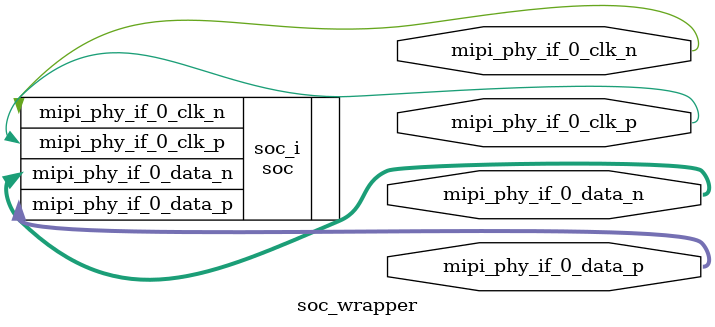
<source format=v>
`timescale 1 ps / 1 ps

module soc_wrapper
   (mipi_phy_if_0_clk_n,
    mipi_phy_if_0_clk_p,
    mipi_phy_if_0_data_n,
    mipi_phy_if_0_data_p);
  output mipi_phy_if_0_clk_n;
  output mipi_phy_if_0_clk_p;
  output [2:0]mipi_phy_if_0_data_n;
  output [2:0]mipi_phy_if_0_data_p;

  wire mipi_phy_if_0_clk_n;
  wire mipi_phy_if_0_clk_p;
  wire [2:0]mipi_phy_if_0_data_n;
  wire [2:0]mipi_phy_if_0_data_p;

  soc soc_i
       (.mipi_phy_if_0_clk_n(mipi_phy_if_0_clk_n),
        .mipi_phy_if_0_clk_p(mipi_phy_if_0_clk_p),
        .mipi_phy_if_0_data_n(mipi_phy_if_0_data_n),
        .mipi_phy_if_0_data_p(mipi_phy_if_0_data_p));
endmodule

</source>
